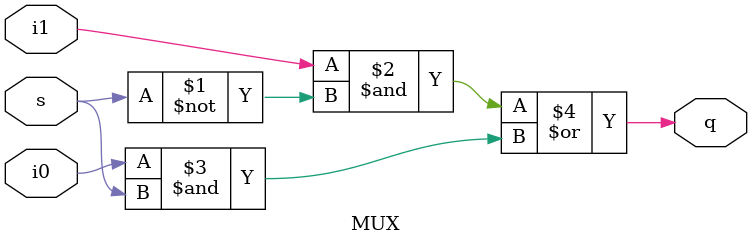
<source format=v>
module eru32_8(a,b,sum);
input [31:0] a,b;
output [32:0] sum;
wire [31:0] p,g;
wire [2:0] cadd,cout,c,sel;

assign p = a^b;
assign g = a&b;
assign cadd[0] = g[7] | p[7]&g[6] | p[7]&p[6]&g[5] | p[7]&p[6]&p[5]&g[4] | p[7]&p[6]&p[5]&p[4]&g[3] | p[7]&p[6]&p[5]&p[4]&p[3]&g[2] | p[7]&p[6]&p[5]&p[4]&p[3]&p[2]&g[1] | p[7]&p[6]&p[5]&p[4]&p[3]&p[2]&p[1]&g[0];
assign cadd[1] = g[15] | p[15]&g[14] | p[15]&p[14]&g[13] | p[15]&p[14]&p[13]&g[12] | p[15]&p[14]&p[13]&p[12]&g[11] | p[15]&p[14]&p[13]&p[12]&p[11]&g[10] | p[15]&p[14]&p[13]&p[12]&p[11]&p[10]&g[9] | p[15]&p[14]&p[13]&p[12]&p[11]&p[10]&p[9]&g[8] | p[15]&p[14]&p[13]&p[12]&p[11]&p[10]&p[9]&p[8]&g[7];
assign cadd[2] = g[23] | p[23]&g[22] | p[23]&p[22]&g[21] | p[23]&p[22]&p[21]&g[20] | p[23]&p[22]&p[21]&p[20]&g[19] | p[23]&p[22]&p[21]&p[20]&p[19]&g[18] | p[23]&p[22]&p[21]&p[20]&p[19]&p[18]&g[17] | p[23]&p[22]&p[21]&p[20]&p[19]&p[18]&p[17]&g[16] | p[23]&p[22]&p[21]&p[20]&p[19]&p[18]&p[17]&g[16]&g[15];
assign sel[0] = g[7] | (~a[8])&(~b[8]);
assign sel[1] = g[15] | (~a[16])&(~b[16]);
assign sel[2] = g[23] | (~a[24])&(~b[24]);


MUX cin1(cadd[0],g[7],sel[0],c[0]);
MUX cin2(cadd[1],g[15],sel[1],c[1]);
MUX cin3(cadd[2],g[23],sel[2],c[2]);

carry_look_ahead_8bit cla1(p[7:0], g[7:0], 1'b0 , 1'b0, sum[7:0], cout[0]);
carry_look_ahead_8bit cla2(p[15:8], g[15:8], c[0], cadd[0], sum[15:8], cout[1]);
carry_look_ahead_8bit cla3(p[23:16], g[23:16], c[1], cadd[1], sum[23:16], cout[2]);
carry_look_ahead_8bit cla4(p[31:24], g[31:24], c[2], cadd[2], sum[31:24], sum[32]);
endmodule

module carry_look_ahead_8bit(p,g, cin, cadd, sum,cout);
input [7:0] p,g;
input cin,cadd;
output [7:0] sum;
output cout;
wire [7:0] c;

assign c[0]=cin;
assign c[1]= g[0] | p[0]&c[0];
assign c[2]= g[1] | p[1]&g[0] | p[1]&p[0]&c[0];
assign c[3]= g[2] | p[2]&g[1] | p[2]&p[1]&g[0] | p[2]&p[1]&p[0]&c[0];
assign c[4]= g[3] | p[3]&g[2] | p[3]&p[2]&g[1] | p[3]&p[2]&p[1]&g[0] | p[3]&p[2]&p[1]&p[0]&c[0];
assign c[5]= g[4] | p[4]&g[3] | p[4]&p[3]&g[2] | p[4]&p[3]&p[2]&g[1] | p[4]&p[3]&p[2]&p[1]&g[0] | p[4]&p[3]&p[2]&p[1]&p[0]&c[0];
assign c[6]= g[5] | p[5]&g[4] | p[5]&p[4]&g[3] | p[5]&p[4]&p[3]&g[2] | p[5]&p[4]&p[3]&p[2]&g[1] | p[5]&p[4]&p[3]&p[2]&p[1]&g[0] | p[5]&p[4]&p[3]&p[2]&p[1]&p[0]&c[0];
assign c[7]= g[6] | p[6]&g[5] | p[6]&p[5]&g[4] | p[6]&p[5]&p[4]&g[3] | p[6]&p[5]&p[4]&p[3]&g[2] | p[6]&p[5]&p[4]&p[3]&p[2]&g[1] | p[6]&p[5]&p[4]&p[3]&p[2]&p[1]&g[0] | p[6]&p[5]&p[4]&p[3]&p[2]&p[1]&p[0]&c[0];
assign cout= g[7] | p[7]&g[6] | p[7]&p[6]&g[5] | p[7]&p[6]&p[5]&g[4] | p[7]&p[6]&p[5]&p[4]&g[3] | p[7]&p[6]&p[5]&p[4]&p[3]&g[2] | p[7]&p[6]&p[5]&p[4]&p[3]&p[2]&g[1] | p[7]&p[6]&p[5]&p[4]&p[3]&p[2]&p[1]&g[0] | p[7]&p[6]&p[5]&p[4]&p[3]&p[2]&p[1]&p[0]&c[0];
assign sum[7:1]=p[7:1]^c[7:1]; 
assign sum[0]=p[0]^c[0] | (~p[0])&(~g[0])&cadd; 
endmodule

module MUX(i1,i0,s,q);
output q;
input i1,i0,s;

assign q = i1&(~s) | i0&s;
endmodule
</source>
